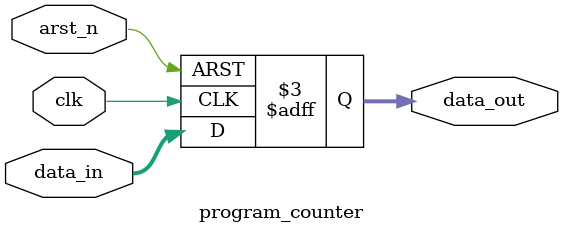
<source format=v>
`timescale 1ns/1ps

module program_counter #(parameter WIDTH = 32) (
input [WIDTH-1:0] data_in ,
output reg [WIDTH-1:0] data_out,
input clk, arst_n
);

always @(posedge clk or negedge arst_n) begin
	if(~arst_n)
		data_out = 0;
	else 
		data_out = data_in;
end

endmodule 


</source>
